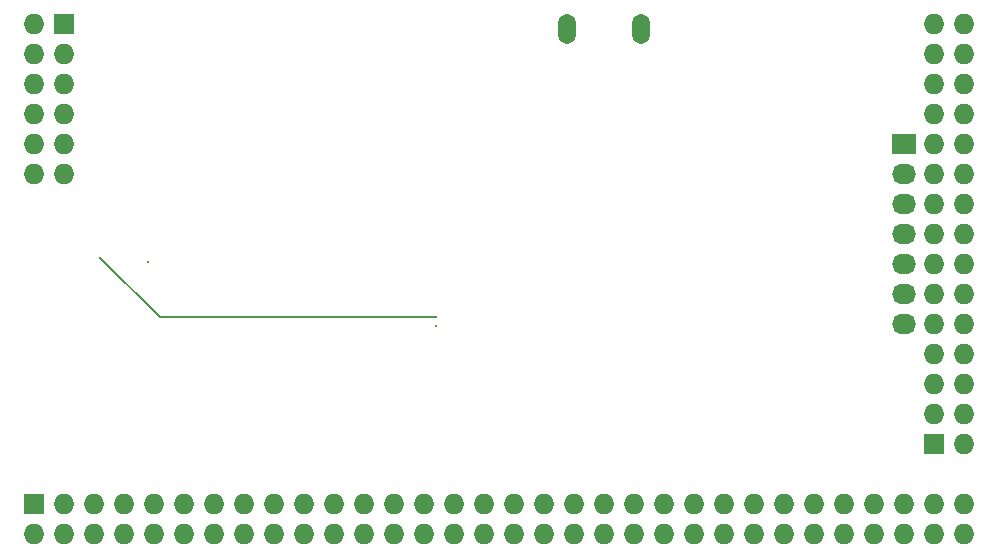
<source format=gbr>
G04 #@! TF.FileFunction,Copper,L2,Inr,Signal*
%FSLAX46Y46*%
G04 Gerber Fmt 4.6, Leading zero omitted, Abs format (unit mm)*
G04 Created by KiCad (PCBNEW 4.0.5+dfsg1-4) date Mon Mar 27 14:18:35 2017*
%MOMM*%
%LPD*%
G01*
G04 APERTURE LIST*
%ADD10C,0.100000*%
%ADD11O,1.500000X2.550000*%
%ADD12R,1.727200X1.727200*%
%ADD13O,1.727200X1.727200*%
%ADD14R,2.032000X1.727200*%
%ADD15O,2.032000X1.727200*%
%ADD16C,0.330000*%
%ADD17C,0.200000*%
G04 APERTURE END LIST*
D10*
D11*
X141800000Y-64390000D03*
X148000000Y-64390000D03*
D12*
X96640000Y-104600000D03*
D13*
X96640000Y-107140000D03*
X99180000Y-104600000D03*
X99180000Y-107140000D03*
X101720000Y-104600000D03*
X101720000Y-107140000D03*
X104260000Y-104600000D03*
X104260000Y-107140000D03*
X106800000Y-104600000D03*
X106800000Y-107140000D03*
X109340000Y-104600000D03*
X109340000Y-107140000D03*
X111880000Y-104600000D03*
X111880000Y-107140000D03*
X114420000Y-104600000D03*
X114420000Y-107140000D03*
X116960000Y-104600000D03*
X116960000Y-107140000D03*
X119500000Y-104600000D03*
X119500000Y-107140000D03*
X122040000Y-104600000D03*
X122040000Y-107140000D03*
X124580000Y-104600000D03*
X124580000Y-107140000D03*
X127120000Y-104600000D03*
X127120000Y-107140000D03*
X129660000Y-104600000D03*
X129660000Y-107140000D03*
X132200000Y-104600000D03*
X132200000Y-107140000D03*
X134740000Y-104600000D03*
X134740000Y-107140000D03*
X137280000Y-104600000D03*
X137280000Y-107140000D03*
X139820000Y-104600000D03*
X139820000Y-107140000D03*
X142360000Y-104600000D03*
X142360000Y-107140000D03*
X144900000Y-104600000D03*
X144900000Y-107140000D03*
X147440000Y-104600000D03*
X147440000Y-107140000D03*
X149980000Y-104600000D03*
X149980000Y-107140000D03*
X152520000Y-104600000D03*
X152520000Y-107140000D03*
X155060000Y-104600000D03*
X155060000Y-107140000D03*
X157600000Y-104600000D03*
X157600000Y-107140000D03*
X160140000Y-104600000D03*
X160140000Y-107140000D03*
X162680000Y-104600000D03*
X162680000Y-107140000D03*
X165220000Y-104600000D03*
X165220000Y-107140000D03*
X167760000Y-104600000D03*
X167760000Y-107140000D03*
X170300000Y-104600000D03*
X170300000Y-107140000D03*
X172840000Y-104600000D03*
X172840000Y-107140000D03*
X175380000Y-104600000D03*
X175380000Y-107140000D03*
D12*
X172840000Y-99520000D03*
D13*
X175380000Y-99520000D03*
X172840000Y-96980000D03*
X175380000Y-96980000D03*
X172840000Y-94440000D03*
X175380000Y-94440000D03*
X172840000Y-91900000D03*
X175380000Y-91900000D03*
X172840000Y-89360000D03*
X175380000Y-89360000D03*
X172840000Y-86820000D03*
X175380000Y-86820000D03*
X172840000Y-84280000D03*
X175380000Y-84280000D03*
X172840000Y-81740000D03*
X175380000Y-81740000D03*
X172840000Y-79200000D03*
X175380000Y-79200000D03*
X172840000Y-76660000D03*
X175380000Y-76660000D03*
X172840000Y-74120000D03*
X175380000Y-74120000D03*
X172840000Y-71580000D03*
X175380000Y-71580000D03*
X172840000Y-69040000D03*
X175380000Y-69040000D03*
X172840000Y-66500000D03*
X175380000Y-66500000D03*
X172840000Y-63960000D03*
X175380000Y-63960000D03*
D12*
X99180000Y-63960000D03*
D13*
X96640000Y-63960000D03*
X99180000Y-66500000D03*
X96640000Y-66500000D03*
X99180000Y-69040000D03*
X96640000Y-69040000D03*
X99180000Y-71580000D03*
X96640000Y-71580000D03*
X99180000Y-74120000D03*
X96640000Y-74120000D03*
X99180000Y-76660000D03*
X96640000Y-76660000D03*
D14*
X170300000Y-74120000D03*
D15*
X170300000Y-76660000D03*
X170300000Y-79200000D03*
X170300000Y-81740000D03*
X170300000Y-84280000D03*
X170300000Y-86820000D03*
X170300000Y-89360000D03*
D16*
X102260000Y-83780000D03*
X130680000Y-88800000D03*
X106260000Y-84180000D03*
X130680000Y-89600000D03*
D17*
X107280000Y-88800000D02*
X102260000Y-83780000D01*
X130680000Y-88800000D02*
X107280000Y-88800000D01*
M02*

</source>
